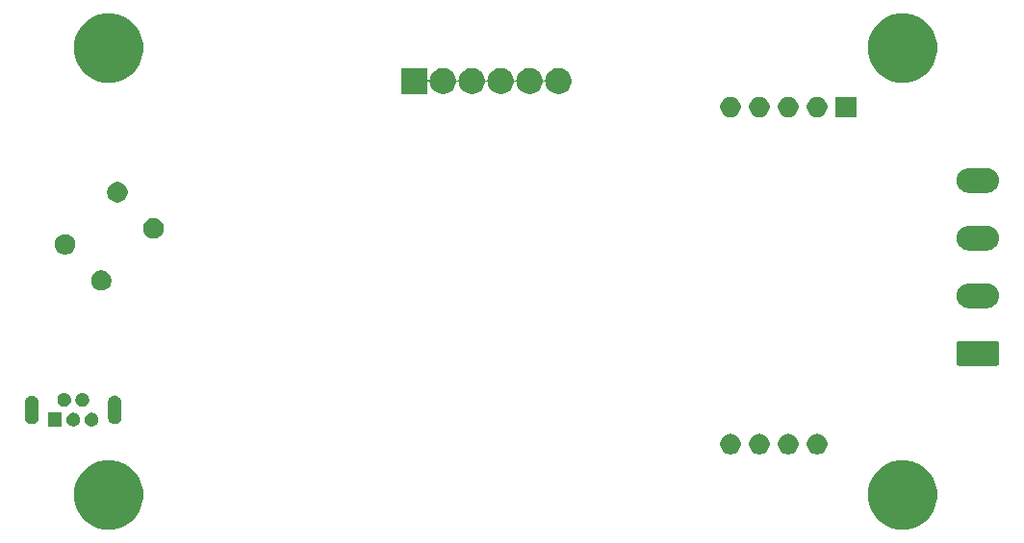
<source format=gbr>
G04 #@! TF.GenerationSoftware,KiCad,Pcbnew,(5.1.5)-3*
G04 #@! TF.CreationDate,2020-09-22T11:09:55+01:00*
G04 #@! TF.ProjectId,sensor_node_PCB,73656e73-6f72-45f6-9e6f-64655f504342,rev?*
G04 #@! TF.SameCoordinates,Original*
G04 #@! TF.FileFunction,Soldermask,Bot*
G04 #@! TF.FilePolarity,Negative*
%FSLAX46Y46*%
G04 Gerber Fmt 4.6, Leading zero omitted, Abs format (unit mm)*
G04 Created by KiCad (PCBNEW (5.1.5)-3) date 2020-09-22 11:09:55*
%MOMM*%
%LPD*%
G04 APERTURE LIST*
%ADD10C,0.100000*%
G04 APERTURE END LIST*
D10*
G36*
X188849943Y-125336248D02*
G01*
X189405189Y-125566238D01*
X189405190Y-125566239D01*
X189904899Y-125900134D01*
X190329866Y-126325101D01*
X190329867Y-126325103D01*
X190663762Y-126824811D01*
X190893752Y-127380057D01*
X191011000Y-127969501D01*
X191011000Y-128570499D01*
X190893752Y-129159943D01*
X190663762Y-129715189D01*
X190663761Y-129715190D01*
X190329866Y-130214899D01*
X189904899Y-130639866D01*
X189653347Y-130807948D01*
X189405189Y-130973762D01*
X188849943Y-131203752D01*
X188260499Y-131321000D01*
X187659501Y-131321000D01*
X187070057Y-131203752D01*
X186514811Y-130973762D01*
X186266653Y-130807948D01*
X186015101Y-130639866D01*
X185590134Y-130214899D01*
X185256239Y-129715190D01*
X185256238Y-129715189D01*
X185026248Y-129159943D01*
X184909000Y-128570499D01*
X184909000Y-127969501D01*
X185026248Y-127380057D01*
X185256238Y-126824811D01*
X185590133Y-126325103D01*
X185590134Y-126325101D01*
X186015101Y-125900134D01*
X186514810Y-125566239D01*
X186514811Y-125566238D01*
X187070057Y-125336248D01*
X187659501Y-125219000D01*
X188260499Y-125219000D01*
X188849943Y-125336248D01*
G37*
G36*
X118999943Y-125336248D02*
G01*
X119555189Y-125566238D01*
X119555190Y-125566239D01*
X120054899Y-125900134D01*
X120479866Y-126325101D01*
X120479867Y-126325103D01*
X120813762Y-126824811D01*
X121043752Y-127380057D01*
X121161000Y-127969501D01*
X121161000Y-128570499D01*
X121043752Y-129159943D01*
X120813762Y-129715189D01*
X120813761Y-129715190D01*
X120479866Y-130214899D01*
X120054899Y-130639866D01*
X119803347Y-130807948D01*
X119555189Y-130973762D01*
X118999943Y-131203752D01*
X118410499Y-131321000D01*
X117809501Y-131321000D01*
X117220057Y-131203752D01*
X116664811Y-130973762D01*
X116416653Y-130807948D01*
X116165101Y-130639866D01*
X115740134Y-130214899D01*
X115406239Y-129715190D01*
X115406238Y-129715189D01*
X115176248Y-129159943D01*
X115059000Y-128570499D01*
X115059000Y-127969501D01*
X115176248Y-127380057D01*
X115406238Y-126824811D01*
X115740133Y-126325103D01*
X115740134Y-126325101D01*
X116165101Y-125900134D01*
X116664810Y-125566239D01*
X116664811Y-125566238D01*
X117220057Y-125336248D01*
X117809501Y-125219000D01*
X118410499Y-125219000D01*
X118999943Y-125336248D01*
G37*
G36*
X172953512Y-122903927D02*
G01*
X173102812Y-122933624D01*
X173266784Y-123001544D01*
X173414354Y-123100147D01*
X173539853Y-123225646D01*
X173638456Y-123373216D01*
X173706376Y-123537188D01*
X173741000Y-123711259D01*
X173741000Y-123888741D01*
X173706376Y-124062812D01*
X173638456Y-124226784D01*
X173539853Y-124374354D01*
X173414354Y-124499853D01*
X173266784Y-124598456D01*
X173102812Y-124666376D01*
X172953512Y-124696073D01*
X172928742Y-124701000D01*
X172751258Y-124701000D01*
X172726488Y-124696073D01*
X172577188Y-124666376D01*
X172413216Y-124598456D01*
X172265646Y-124499853D01*
X172140147Y-124374354D01*
X172041544Y-124226784D01*
X171973624Y-124062812D01*
X171939000Y-123888741D01*
X171939000Y-123711259D01*
X171973624Y-123537188D01*
X172041544Y-123373216D01*
X172140147Y-123225646D01*
X172265646Y-123100147D01*
X172413216Y-123001544D01*
X172577188Y-122933624D01*
X172726488Y-122903927D01*
X172751258Y-122899000D01*
X172928742Y-122899000D01*
X172953512Y-122903927D01*
G37*
G36*
X178033512Y-122903927D02*
G01*
X178182812Y-122933624D01*
X178346784Y-123001544D01*
X178494354Y-123100147D01*
X178619853Y-123225646D01*
X178718456Y-123373216D01*
X178786376Y-123537188D01*
X178821000Y-123711259D01*
X178821000Y-123888741D01*
X178786376Y-124062812D01*
X178718456Y-124226784D01*
X178619853Y-124374354D01*
X178494354Y-124499853D01*
X178346784Y-124598456D01*
X178182812Y-124666376D01*
X178033512Y-124696073D01*
X178008742Y-124701000D01*
X177831258Y-124701000D01*
X177806488Y-124696073D01*
X177657188Y-124666376D01*
X177493216Y-124598456D01*
X177345646Y-124499853D01*
X177220147Y-124374354D01*
X177121544Y-124226784D01*
X177053624Y-124062812D01*
X177019000Y-123888741D01*
X177019000Y-123711259D01*
X177053624Y-123537188D01*
X177121544Y-123373216D01*
X177220147Y-123225646D01*
X177345646Y-123100147D01*
X177493216Y-123001544D01*
X177657188Y-122933624D01*
X177806488Y-122903927D01*
X177831258Y-122899000D01*
X178008742Y-122899000D01*
X178033512Y-122903927D01*
G37*
G36*
X180573512Y-122903927D02*
G01*
X180722812Y-122933624D01*
X180886784Y-123001544D01*
X181034354Y-123100147D01*
X181159853Y-123225646D01*
X181258456Y-123373216D01*
X181326376Y-123537188D01*
X181361000Y-123711259D01*
X181361000Y-123888741D01*
X181326376Y-124062812D01*
X181258456Y-124226784D01*
X181159853Y-124374354D01*
X181034354Y-124499853D01*
X180886784Y-124598456D01*
X180722812Y-124666376D01*
X180573512Y-124696073D01*
X180548742Y-124701000D01*
X180371258Y-124701000D01*
X180346488Y-124696073D01*
X180197188Y-124666376D01*
X180033216Y-124598456D01*
X179885646Y-124499853D01*
X179760147Y-124374354D01*
X179661544Y-124226784D01*
X179593624Y-124062812D01*
X179559000Y-123888741D01*
X179559000Y-123711259D01*
X179593624Y-123537188D01*
X179661544Y-123373216D01*
X179760147Y-123225646D01*
X179885646Y-123100147D01*
X180033216Y-123001544D01*
X180197188Y-122933624D01*
X180346488Y-122903927D01*
X180371258Y-122899000D01*
X180548742Y-122899000D01*
X180573512Y-122903927D01*
G37*
G36*
X175493512Y-122903927D02*
G01*
X175642812Y-122933624D01*
X175806784Y-123001544D01*
X175954354Y-123100147D01*
X176079853Y-123225646D01*
X176178456Y-123373216D01*
X176246376Y-123537188D01*
X176281000Y-123711259D01*
X176281000Y-123888741D01*
X176246376Y-124062812D01*
X176178456Y-124226784D01*
X176079853Y-124374354D01*
X175954354Y-124499853D01*
X175806784Y-124598456D01*
X175642812Y-124666376D01*
X175493512Y-124696073D01*
X175468742Y-124701000D01*
X175291258Y-124701000D01*
X175266488Y-124696073D01*
X175117188Y-124666376D01*
X174953216Y-124598456D01*
X174805646Y-124499853D01*
X174680147Y-124374354D01*
X174581544Y-124226784D01*
X174513624Y-124062812D01*
X174479000Y-123888741D01*
X174479000Y-123711259D01*
X174513624Y-123537188D01*
X174581544Y-123373216D01*
X174680147Y-123225646D01*
X174805646Y-123100147D01*
X174953216Y-123001544D01*
X175117188Y-122933624D01*
X175266488Y-122903927D01*
X175291258Y-122899000D01*
X175468742Y-122899000D01*
X175493512Y-122903927D01*
G37*
G36*
X116760601Y-121052397D02*
G01*
X116799305Y-121060096D01*
X116831340Y-121073365D01*
X116908680Y-121105400D01*
X117007115Y-121171173D01*
X117090827Y-121254885D01*
X117156600Y-121353320D01*
X117201904Y-121462696D01*
X117225000Y-121578805D01*
X117225000Y-121697195D01*
X117201904Y-121813304D01*
X117156600Y-121922680D01*
X117090827Y-122021115D01*
X117007115Y-122104827D01*
X116908680Y-122170600D01*
X116831340Y-122202635D01*
X116799305Y-122215904D01*
X116760601Y-122223603D01*
X116683195Y-122239000D01*
X116564805Y-122239000D01*
X116487399Y-122223603D01*
X116448695Y-122215904D01*
X116416660Y-122202635D01*
X116339320Y-122170600D01*
X116240885Y-122104827D01*
X116157173Y-122021115D01*
X116091400Y-121922680D01*
X116046096Y-121813304D01*
X116023000Y-121697195D01*
X116023000Y-121578805D01*
X116046096Y-121462696D01*
X116091400Y-121353320D01*
X116157173Y-121254885D01*
X116240885Y-121171173D01*
X116339320Y-121105400D01*
X116416660Y-121073365D01*
X116448695Y-121060096D01*
X116487399Y-121052397D01*
X116564805Y-121037000D01*
X116683195Y-121037000D01*
X116760601Y-121052397D01*
G37*
G36*
X115160601Y-121052397D02*
G01*
X115199305Y-121060096D01*
X115231340Y-121073365D01*
X115308680Y-121105400D01*
X115407115Y-121171173D01*
X115490827Y-121254885D01*
X115556600Y-121353320D01*
X115601904Y-121462696D01*
X115625000Y-121578805D01*
X115625000Y-121697195D01*
X115601904Y-121813304D01*
X115556600Y-121922680D01*
X115490827Y-122021115D01*
X115407115Y-122104827D01*
X115308680Y-122170600D01*
X115231340Y-122202635D01*
X115199305Y-122215904D01*
X115160601Y-122223603D01*
X115083195Y-122239000D01*
X114964805Y-122239000D01*
X114887399Y-122223603D01*
X114848695Y-122215904D01*
X114816660Y-122202635D01*
X114739320Y-122170600D01*
X114640885Y-122104827D01*
X114557173Y-122021115D01*
X114491400Y-121922680D01*
X114446096Y-121813304D01*
X114423000Y-121697195D01*
X114423000Y-121578805D01*
X114446096Y-121462696D01*
X114491400Y-121353320D01*
X114557173Y-121254885D01*
X114640885Y-121171173D01*
X114739320Y-121105400D01*
X114816660Y-121073365D01*
X114848695Y-121060096D01*
X114887399Y-121052397D01*
X114964805Y-121037000D01*
X115083195Y-121037000D01*
X115160601Y-121052397D01*
G37*
G36*
X114025000Y-122239000D02*
G01*
X112823000Y-122239000D01*
X112823000Y-121037000D01*
X114025000Y-121037000D01*
X114025000Y-122239000D01*
G37*
G36*
X111491817Y-119520696D02*
G01*
X111605104Y-119555062D01*
X111709511Y-119610869D01*
X111709513Y-119610870D01*
X111709512Y-119610870D01*
X111801027Y-119685973D01*
X111864711Y-119763572D01*
X111876131Y-119777488D01*
X111931938Y-119881895D01*
X111966304Y-119995182D01*
X111975000Y-120083481D01*
X111975000Y-121442519D01*
X111966304Y-121530818D01*
X111931938Y-121644105D01*
X111876131Y-121748512D01*
X111801027Y-121840027D01*
X111709512Y-121915131D01*
X111605105Y-121970938D01*
X111491818Y-122005304D01*
X111374000Y-122016907D01*
X111256183Y-122005304D01*
X111142896Y-121970938D01*
X111038489Y-121915131D01*
X110946974Y-121840027D01*
X110871870Y-121748512D01*
X110816063Y-121644105D01*
X110781697Y-121530818D01*
X110773001Y-121442519D01*
X110773000Y-120083482D01*
X110781696Y-119995183D01*
X110816062Y-119881896D01*
X110871869Y-119777489D01*
X110885338Y-119761077D01*
X110946973Y-119685973D01*
X111038487Y-119610870D01*
X111038486Y-119610870D01*
X111038488Y-119610869D01*
X111142895Y-119555062D01*
X111256182Y-119520696D01*
X111374000Y-119509093D01*
X111491817Y-119520696D01*
G37*
G36*
X118791817Y-119520696D02*
G01*
X118905104Y-119555062D01*
X119009511Y-119610869D01*
X119009513Y-119610870D01*
X119009512Y-119610870D01*
X119101027Y-119685973D01*
X119164711Y-119763572D01*
X119176131Y-119777488D01*
X119231938Y-119881895D01*
X119266304Y-119995182D01*
X119275000Y-120083481D01*
X119275000Y-121442519D01*
X119266304Y-121530818D01*
X119231938Y-121644105D01*
X119176131Y-121748512D01*
X119101027Y-121840027D01*
X119009512Y-121915131D01*
X118905105Y-121970938D01*
X118791818Y-122005304D01*
X118674000Y-122016907D01*
X118556183Y-122005304D01*
X118442896Y-121970938D01*
X118338489Y-121915131D01*
X118246974Y-121840027D01*
X118171870Y-121748512D01*
X118116063Y-121644105D01*
X118081697Y-121530818D01*
X118073001Y-121442519D01*
X118073000Y-120083482D01*
X118081696Y-119995183D01*
X118116062Y-119881896D01*
X118171869Y-119777489D01*
X118185338Y-119761077D01*
X118246973Y-119685973D01*
X118338487Y-119610870D01*
X118338486Y-119610870D01*
X118338488Y-119610869D01*
X118442895Y-119555062D01*
X118556182Y-119520696D01*
X118674000Y-119509093D01*
X118791817Y-119520696D01*
G37*
G36*
X115960601Y-119302397D02*
G01*
X115999305Y-119310096D01*
X116031340Y-119323365D01*
X116108680Y-119355400D01*
X116207115Y-119421173D01*
X116290827Y-119504885D01*
X116356600Y-119603320D01*
X116401904Y-119712696D01*
X116425000Y-119828805D01*
X116425000Y-119947195D01*
X116401904Y-120063304D01*
X116356600Y-120172680D01*
X116290827Y-120271115D01*
X116207115Y-120354827D01*
X116108680Y-120420600D01*
X116031340Y-120452635D01*
X115999305Y-120465904D01*
X115960601Y-120473603D01*
X115883195Y-120489000D01*
X115764805Y-120489000D01*
X115687399Y-120473603D01*
X115648695Y-120465904D01*
X115616660Y-120452635D01*
X115539320Y-120420600D01*
X115440885Y-120354827D01*
X115357173Y-120271115D01*
X115291400Y-120172680D01*
X115246096Y-120063304D01*
X115223000Y-119947195D01*
X115223000Y-119828805D01*
X115246096Y-119712696D01*
X115291400Y-119603320D01*
X115357173Y-119504885D01*
X115440885Y-119421173D01*
X115539320Y-119355400D01*
X115616660Y-119323365D01*
X115648695Y-119310096D01*
X115687399Y-119302397D01*
X115764805Y-119287000D01*
X115883195Y-119287000D01*
X115960601Y-119302397D01*
G37*
G36*
X114360601Y-119302397D02*
G01*
X114399305Y-119310096D01*
X114431340Y-119323365D01*
X114508680Y-119355400D01*
X114607115Y-119421173D01*
X114690827Y-119504885D01*
X114756600Y-119603320D01*
X114801904Y-119712696D01*
X114825000Y-119828805D01*
X114825000Y-119947195D01*
X114801904Y-120063304D01*
X114756600Y-120172680D01*
X114690827Y-120271115D01*
X114607115Y-120354827D01*
X114508680Y-120420600D01*
X114431340Y-120452635D01*
X114399305Y-120465904D01*
X114360601Y-120473603D01*
X114283195Y-120489000D01*
X114164805Y-120489000D01*
X114087399Y-120473603D01*
X114048695Y-120465904D01*
X114016660Y-120452635D01*
X113939320Y-120420600D01*
X113840885Y-120354827D01*
X113757173Y-120271115D01*
X113691400Y-120172680D01*
X113646096Y-120063304D01*
X113623000Y-119947195D01*
X113623000Y-119828805D01*
X113646096Y-119712696D01*
X113691400Y-119603320D01*
X113757173Y-119504885D01*
X113840885Y-119421173D01*
X113939320Y-119355400D01*
X114016660Y-119323365D01*
X114048695Y-119310096D01*
X114087399Y-119302397D01*
X114164805Y-119287000D01*
X114283195Y-119287000D01*
X114360601Y-119302397D01*
G37*
G36*
X196316217Y-114712808D02*
G01*
X196347489Y-114722294D01*
X196376308Y-114737698D01*
X196401570Y-114758430D01*
X196422302Y-114783692D01*
X196437706Y-114812511D01*
X196447192Y-114843783D01*
X196451000Y-114882448D01*
X196451000Y-116717552D01*
X196447192Y-116756217D01*
X196437706Y-116787489D01*
X196422302Y-116816308D01*
X196401570Y-116841570D01*
X196376308Y-116862302D01*
X196347489Y-116877706D01*
X196316217Y-116887192D01*
X196277552Y-116891000D01*
X192922448Y-116891000D01*
X192883783Y-116887192D01*
X192852511Y-116877706D01*
X192823692Y-116862302D01*
X192798430Y-116841570D01*
X192777698Y-116816308D01*
X192762294Y-116787489D01*
X192752808Y-116756217D01*
X192749000Y-116717552D01*
X192749000Y-114882448D01*
X192752808Y-114843783D01*
X192762294Y-114812511D01*
X192777698Y-114783692D01*
X192798430Y-114758430D01*
X192823692Y-114737698D01*
X192852511Y-114722294D01*
X192883783Y-114712808D01*
X192922448Y-114709000D01*
X196277552Y-114709000D01*
X196316217Y-114712808D01*
G37*
G36*
X195573871Y-109644786D02*
G01*
X195779530Y-109707172D01*
X195969055Y-109808475D01*
X195969058Y-109808477D01*
X195969059Y-109808478D01*
X196135186Y-109944814D01*
X196271522Y-110110941D01*
X196271525Y-110110945D01*
X196372828Y-110300470D01*
X196435214Y-110506129D01*
X196456278Y-110720000D01*
X196435214Y-110933871D01*
X196372828Y-111139530D01*
X196271525Y-111329055D01*
X196271523Y-111329058D01*
X196271522Y-111329059D01*
X196135186Y-111495186D01*
X195969059Y-111631522D01*
X195969055Y-111631525D01*
X195779530Y-111732828D01*
X195573871Y-111795214D01*
X195413591Y-111811000D01*
X193786409Y-111811000D01*
X193626129Y-111795214D01*
X193420470Y-111732828D01*
X193230945Y-111631525D01*
X193230941Y-111631522D01*
X193064814Y-111495186D01*
X192928478Y-111329059D01*
X192928477Y-111329058D01*
X192928475Y-111329055D01*
X192827172Y-111139530D01*
X192764786Y-110933871D01*
X192743722Y-110720000D01*
X192764786Y-110506129D01*
X192827172Y-110300470D01*
X192928475Y-110110945D01*
X192928478Y-110110941D01*
X193064814Y-109944814D01*
X193230941Y-109808478D01*
X193230942Y-109808477D01*
X193230945Y-109808475D01*
X193420470Y-109707172D01*
X193626129Y-109644786D01*
X193786409Y-109629000D01*
X195413591Y-109629000D01*
X195573871Y-109644786D01*
G37*
G36*
X117595493Y-108485908D02*
G01*
X117744793Y-108515605D01*
X117908765Y-108583525D01*
X118056335Y-108682128D01*
X118181834Y-108807627D01*
X118280437Y-108955197D01*
X118348357Y-109119169D01*
X118382981Y-109293240D01*
X118382981Y-109470722D01*
X118348357Y-109644793D01*
X118280437Y-109808765D01*
X118181834Y-109956335D01*
X118056335Y-110081834D01*
X117908765Y-110180437D01*
X117744793Y-110248357D01*
X117595493Y-110278054D01*
X117570723Y-110282981D01*
X117393239Y-110282981D01*
X117368469Y-110278054D01*
X117219169Y-110248357D01*
X117055197Y-110180437D01*
X116907627Y-110081834D01*
X116782128Y-109956335D01*
X116683525Y-109808765D01*
X116615605Y-109644793D01*
X116580981Y-109470722D01*
X116580981Y-109293240D01*
X116615605Y-109119169D01*
X116683525Y-108955197D01*
X116782128Y-108807627D01*
X116907627Y-108682128D01*
X117055197Y-108583525D01*
X117219169Y-108515605D01*
X117368469Y-108485908D01*
X117393239Y-108480981D01*
X117570723Y-108480981D01*
X117595493Y-108485908D01*
G37*
G36*
X114413512Y-105303927D02*
G01*
X114562812Y-105333624D01*
X114726784Y-105401544D01*
X114874354Y-105500147D01*
X114999853Y-105625646D01*
X115098456Y-105773216D01*
X115166376Y-105937188D01*
X115201000Y-106111259D01*
X115201000Y-106288741D01*
X115166376Y-106462812D01*
X115098456Y-106626784D01*
X114999853Y-106774354D01*
X114874354Y-106899853D01*
X114726784Y-106998456D01*
X114562812Y-107066376D01*
X114413512Y-107096073D01*
X114388742Y-107101000D01*
X114211258Y-107101000D01*
X114186488Y-107096073D01*
X114037188Y-107066376D01*
X113873216Y-106998456D01*
X113725646Y-106899853D01*
X113600147Y-106774354D01*
X113501544Y-106626784D01*
X113433624Y-106462812D01*
X113399000Y-106288741D01*
X113399000Y-106111259D01*
X113433624Y-105937188D01*
X113501544Y-105773216D01*
X113600147Y-105625646D01*
X113725646Y-105500147D01*
X113873216Y-105401544D01*
X114037188Y-105333624D01*
X114186488Y-105303927D01*
X114211258Y-105299000D01*
X114388742Y-105299000D01*
X114413512Y-105303927D01*
G37*
G36*
X195573871Y-104564786D02*
G01*
X195779530Y-104627172D01*
X195969055Y-104728475D01*
X195969058Y-104728477D01*
X195969059Y-104728478D01*
X196135186Y-104864814D01*
X196271522Y-105030941D01*
X196271525Y-105030945D01*
X196372828Y-105220470D01*
X196435214Y-105426129D01*
X196456278Y-105640000D01*
X196435214Y-105853871D01*
X196372828Y-106059530D01*
X196271525Y-106249055D01*
X196271523Y-106249058D01*
X196271522Y-106249059D01*
X196135186Y-106415186D01*
X195969059Y-106551522D01*
X195969055Y-106551525D01*
X195779530Y-106652828D01*
X195573871Y-106715214D01*
X195413591Y-106731000D01*
X193786409Y-106731000D01*
X193626129Y-106715214D01*
X193420470Y-106652828D01*
X193230945Y-106551525D01*
X193230941Y-106551522D01*
X193064814Y-106415186D01*
X192928478Y-106249059D01*
X192928477Y-106249058D01*
X192928475Y-106249055D01*
X192827172Y-106059530D01*
X192764786Y-105853871D01*
X192743722Y-105640000D01*
X192764786Y-105426129D01*
X192827172Y-105220470D01*
X192928475Y-105030945D01*
X192928478Y-105030941D01*
X193064814Y-104864814D01*
X193230941Y-104728478D01*
X193230942Y-104728477D01*
X193230945Y-104728475D01*
X193420470Y-104627172D01*
X193626129Y-104564786D01*
X193786409Y-104549000D01*
X195413591Y-104549000D01*
X195573871Y-104564786D01*
G37*
G36*
X122191687Y-103889713D02*
G01*
X122340987Y-103919410D01*
X122504959Y-103987330D01*
X122652529Y-104085933D01*
X122778028Y-104211432D01*
X122876631Y-104359002D01*
X122944551Y-104522974D01*
X122979175Y-104697045D01*
X122979175Y-104874527D01*
X122944551Y-105048598D01*
X122876631Y-105212570D01*
X122778028Y-105360140D01*
X122652529Y-105485639D01*
X122504959Y-105584242D01*
X122340987Y-105652162D01*
X122191687Y-105681859D01*
X122166917Y-105686786D01*
X121989433Y-105686786D01*
X121964663Y-105681859D01*
X121815363Y-105652162D01*
X121651391Y-105584242D01*
X121503821Y-105485639D01*
X121378322Y-105360140D01*
X121279719Y-105212570D01*
X121211799Y-105048598D01*
X121177175Y-104874527D01*
X121177175Y-104697045D01*
X121211799Y-104522974D01*
X121279719Y-104359002D01*
X121378322Y-104211432D01*
X121503821Y-104085933D01*
X121651391Y-103987330D01*
X121815363Y-103919410D01*
X121964663Y-103889713D01*
X121989433Y-103884786D01*
X122166917Y-103884786D01*
X122191687Y-103889713D01*
G37*
G36*
X119009706Y-100707733D02*
G01*
X119159006Y-100737430D01*
X119322978Y-100805350D01*
X119470548Y-100903953D01*
X119596047Y-101029452D01*
X119694650Y-101177022D01*
X119762570Y-101340994D01*
X119797194Y-101515065D01*
X119797194Y-101692547D01*
X119762570Y-101866618D01*
X119694650Y-102030590D01*
X119596047Y-102178160D01*
X119470548Y-102303659D01*
X119322978Y-102402262D01*
X119159006Y-102470182D01*
X119009706Y-102499879D01*
X118984936Y-102504806D01*
X118807452Y-102504806D01*
X118782682Y-102499879D01*
X118633382Y-102470182D01*
X118469410Y-102402262D01*
X118321840Y-102303659D01*
X118196341Y-102178160D01*
X118097738Y-102030590D01*
X118029818Y-101866618D01*
X117995194Y-101692547D01*
X117995194Y-101515065D01*
X118029818Y-101340994D01*
X118097738Y-101177022D01*
X118196341Y-101029452D01*
X118321840Y-100903953D01*
X118469410Y-100805350D01*
X118633382Y-100737430D01*
X118782682Y-100707733D01*
X118807452Y-100702806D01*
X118984936Y-100702806D01*
X119009706Y-100707733D01*
G37*
G36*
X195573871Y-99484786D02*
G01*
X195779530Y-99547172D01*
X195969055Y-99648475D01*
X195969058Y-99648477D01*
X195969059Y-99648478D01*
X196135186Y-99784814D01*
X196271522Y-99950941D01*
X196271525Y-99950945D01*
X196372828Y-100140470D01*
X196435214Y-100346129D01*
X196456278Y-100560000D01*
X196435214Y-100773871D01*
X196372828Y-100979530D01*
X196271525Y-101169055D01*
X196271523Y-101169058D01*
X196271522Y-101169059D01*
X196135186Y-101335186D01*
X195969059Y-101471522D01*
X195969055Y-101471525D01*
X195779530Y-101572828D01*
X195573871Y-101635214D01*
X195413591Y-101651000D01*
X193786409Y-101651000D01*
X193626129Y-101635214D01*
X193420470Y-101572828D01*
X193230945Y-101471525D01*
X193230941Y-101471522D01*
X193064814Y-101335186D01*
X192928478Y-101169059D01*
X192928477Y-101169058D01*
X192928475Y-101169055D01*
X192827172Y-100979530D01*
X192764786Y-100773871D01*
X192743722Y-100560000D01*
X192764786Y-100346129D01*
X192827172Y-100140470D01*
X192928475Y-99950945D01*
X192928478Y-99950941D01*
X193064814Y-99784814D01*
X193230941Y-99648478D01*
X193230942Y-99648477D01*
X193230945Y-99648475D01*
X193420470Y-99547172D01*
X193626129Y-99484786D01*
X193786409Y-99469000D01*
X195413591Y-99469000D01*
X195573871Y-99484786D01*
G37*
G36*
X183901000Y-95001000D02*
G01*
X182099000Y-95001000D01*
X182099000Y-93199000D01*
X183901000Y-93199000D01*
X183901000Y-95001000D01*
G37*
G36*
X180573512Y-93203927D02*
G01*
X180722812Y-93233624D01*
X180886784Y-93301544D01*
X181034354Y-93400147D01*
X181159853Y-93525646D01*
X181258456Y-93673216D01*
X181326376Y-93837188D01*
X181361000Y-94011259D01*
X181361000Y-94188741D01*
X181326376Y-94362812D01*
X181258456Y-94526784D01*
X181159853Y-94674354D01*
X181034354Y-94799853D01*
X180886784Y-94898456D01*
X180722812Y-94966376D01*
X180573512Y-94996073D01*
X180548742Y-95001000D01*
X180371258Y-95001000D01*
X180346488Y-94996073D01*
X180197188Y-94966376D01*
X180033216Y-94898456D01*
X179885646Y-94799853D01*
X179760147Y-94674354D01*
X179661544Y-94526784D01*
X179593624Y-94362812D01*
X179559000Y-94188741D01*
X179559000Y-94011259D01*
X179593624Y-93837188D01*
X179661544Y-93673216D01*
X179760147Y-93525646D01*
X179885646Y-93400147D01*
X180033216Y-93301544D01*
X180197188Y-93233624D01*
X180346488Y-93203927D01*
X180371258Y-93199000D01*
X180548742Y-93199000D01*
X180573512Y-93203927D01*
G37*
G36*
X178033512Y-93203927D02*
G01*
X178182812Y-93233624D01*
X178346784Y-93301544D01*
X178494354Y-93400147D01*
X178619853Y-93525646D01*
X178718456Y-93673216D01*
X178786376Y-93837188D01*
X178821000Y-94011259D01*
X178821000Y-94188741D01*
X178786376Y-94362812D01*
X178718456Y-94526784D01*
X178619853Y-94674354D01*
X178494354Y-94799853D01*
X178346784Y-94898456D01*
X178182812Y-94966376D01*
X178033512Y-94996073D01*
X178008742Y-95001000D01*
X177831258Y-95001000D01*
X177806488Y-94996073D01*
X177657188Y-94966376D01*
X177493216Y-94898456D01*
X177345646Y-94799853D01*
X177220147Y-94674354D01*
X177121544Y-94526784D01*
X177053624Y-94362812D01*
X177019000Y-94188741D01*
X177019000Y-94011259D01*
X177053624Y-93837188D01*
X177121544Y-93673216D01*
X177220147Y-93525646D01*
X177345646Y-93400147D01*
X177493216Y-93301544D01*
X177657188Y-93233624D01*
X177806488Y-93203927D01*
X177831258Y-93199000D01*
X178008742Y-93199000D01*
X178033512Y-93203927D01*
G37*
G36*
X175493512Y-93203927D02*
G01*
X175642812Y-93233624D01*
X175806784Y-93301544D01*
X175954354Y-93400147D01*
X176079853Y-93525646D01*
X176178456Y-93673216D01*
X176246376Y-93837188D01*
X176281000Y-94011259D01*
X176281000Y-94188741D01*
X176246376Y-94362812D01*
X176178456Y-94526784D01*
X176079853Y-94674354D01*
X175954354Y-94799853D01*
X175806784Y-94898456D01*
X175642812Y-94966376D01*
X175493512Y-94996073D01*
X175468742Y-95001000D01*
X175291258Y-95001000D01*
X175266488Y-94996073D01*
X175117188Y-94966376D01*
X174953216Y-94898456D01*
X174805646Y-94799853D01*
X174680147Y-94674354D01*
X174581544Y-94526784D01*
X174513624Y-94362812D01*
X174479000Y-94188741D01*
X174479000Y-94011259D01*
X174513624Y-93837188D01*
X174581544Y-93673216D01*
X174680147Y-93525646D01*
X174805646Y-93400147D01*
X174953216Y-93301544D01*
X175117188Y-93233624D01*
X175266488Y-93203927D01*
X175291258Y-93199000D01*
X175468742Y-93199000D01*
X175493512Y-93203927D01*
G37*
G36*
X172953512Y-93203927D02*
G01*
X173102812Y-93233624D01*
X173266784Y-93301544D01*
X173414354Y-93400147D01*
X173539853Y-93525646D01*
X173638456Y-93673216D01*
X173706376Y-93837188D01*
X173741000Y-94011259D01*
X173741000Y-94188741D01*
X173706376Y-94362812D01*
X173638456Y-94526784D01*
X173539853Y-94674354D01*
X173414354Y-94799853D01*
X173266784Y-94898456D01*
X173102812Y-94966376D01*
X172953512Y-94996073D01*
X172928742Y-95001000D01*
X172751258Y-95001000D01*
X172726488Y-94996073D01*
X172577188Y-94966376D01*
X172413216Y-94898456D01*
X172265646Y-94799853D01*
X172140147Y-94674354D01*
X172041544Y-94526784D01*
X171973624Y-94362812D01*
X171939000Y-94188741D01*
X171939000Y-94011259D01*
X171973624Y-93837188D01*
X172041544Y-93673216D01*
X172140147Y-93525646D01*
X172265646Y-93400147D01*
X172413216Y-93301544D01*
X172577188Y-93233624D01*
X172726488Y-93203927D01*
X172751258Y-93199000D01*
X172928742Y-93199000D01*
X172953512Y-93203927D01*
G37*
G36*
X146151000Y-91614007D02*
G01*
X146153402Y-91638393D01*
X146160515Y-91661842D01*
X146172066Y-91683453D01*
X146187611Y-91702395D01*
X146206553Y-91717940D01*
X146228164Y-91729491D01*
X146251613Y-91736604D01*
X146275999Y-91739006D01*
X146300385Y-91736604D01*
X146323834Y-91729491D01*
X146345445Y-91717940D01*
X146364387Y-91702395D01*
X146379932Y-91683453D01*
X146391483Y-91661842D01*
X146398596Y-91638393D01*
X146433232Y-91464267D01*
X146519996Y-91254799D01*
X146519997Y-91254797D01*
X146645960Y-91066280D01*
X146806280Y-90905960D01*
X146994797Y-90779997D01*
X147204266Y-90693232D01*
X147315451Y-90671116D01*
X147426635Y-90649000D01*
X147653365Y-90649000D01*
X147764549Y-90671116D01*
X147875734Y-90693232D01*
X148085203Y-90779997D01*
X148273720Y-90905960D01*
X148434040Y-91066280D01*
X148560003Y-91254797D01*
X148560004Y-91254799D01*
X148646768Y-91464267D01*
X148687403Y-91668552D01*
X148694516Y-91692001D01*
X148706067Y-91713612D01*
X148721612Y-91732554D01*
X148740554Y-91748099D01*
X148762165Y-91759650D01*
X148785614Y-91766763D01*
X148810000Y-91769165D01*
X148834386Y-91766763D01*
X148857835Y-91759650D01*
X148879446Y-91748099D01*
X148898388Y-91732554D01*
X148913933Y-91713612D01*
X148925484Y-91692001D01*
X148932597Y-91668552D01*
X148973232Y-91464267D01*
X149059996Y-91254799D01*
X149059997Y-91254797D01*
X149185960Y-91066280D01*
X149346280Y-90905960D01*
X149534797Y-90779997D01*
X149744266Y-90693232D01*
X149855451Y-90671116D01*
X149966635Y-90649000D01*
X150193365Y-90649000D01*
X150304549Y-90671116D01*
X150415734Y-90693232D01*
X150625203Y-90779997D01*
X150813720Y-90905960D01*
X150974040Y-91066280D01*
X151100003Y-91254797D01*
X151100004Y-91254799D01*
X151186768Y-91464267D01*
X151227403Y-91668552D01*
X151234516Y-91692001D01*
X151246067Y-91713612D01*
X151261612Y-91732554D01*
X151280554Y-91748099D01*
X151302165Y-91759650D01*
X151325614Y-91766763D01*
X151350000Y-91769165D01*
X151374386Y-91766763D01*
X151397835Y-91759650D01*
X151419446Y-91748099D01*
X151438388Y-91732554D01*
X151453933Y-91713612D01*
X151465484Y-91692001D01*
X151472597Y-91668552D01*
X151513232Y-91464267D01*
X151599996Y-91254799D01*
X151599997Y-91254797D01*
X151725960Y-91066280D01*
X151886280Y-90905960D01*
X152074797Y-90779997D01*
X152284266Y-90693232D01*
X152395451Y-90671116D01*
X152506635Y-90649000D01*
X152733365Y-90649000D01*
X152844549Y-90671116D01*
X152955734Y-90693232D01*
X153165203Y-90779997D01*
X153353720Y-90905960D01*
X153514040Y-91066280D01*
X153640003Y-91254797D01*
X153640004Y-91254799D01*
X153726768Y-91464267D01*
X153767403Y-91668552D01*
X153774516Y-91692001D01*
X153786067Y-91713612D01*
X153801612Y-91732554D01*
X153820554Y-91748099D01*
X153842165Y-91759650D01*
X153865614Y-91766763D01*
X153890000Y-91769165D01*
X153914386Y-91766763D01*
X153937835Y-91759650D01*
X153959446Y-91748099D01*
X153978388Y-91732554D01*
X153993933Y-91713612D01*
X154005484Y-91692001D01*
X154012597Y-91668552D01*
X154053232Y-91464267D01*
X154139996Y-91254799D01*
X154139997Y-91254797D01*
X154265960Y-91066280D01*
X154426280Y-90905960D01*
X154614797Y-90779997D01*
X154824266Y-90693232D01*
X154935451Y-90671116D01*
X155046635Y-90649000D01*
X155273365Y-90649000D01*
X155384549Y-90671116D01*
X155495734Y-90693232D01*
X155705203Y-90779997D01*
X155893720Y-90905960D01*
X156054040Y-91066280D01*
X156180003Y-91254797D01*
X156180004Y-91254799D01*
X156266768Y-91464267D01*
X156307403Y-91668552D01*
X156314516Y-91692001D01*
X156326067Y-91713612D01*
X156341612Y-91732554D01*
X156360554Y-91748099D01*
X156382165Y-91759650D01*
X156405614Y-91766763D01*
X156430000Y-91769165D01*
X156454386Y-91766763D01*
X156477835Y-91759650D01*
X156499446Y-91748099D01*
X156518388Y-91732554D01*
X156533933Y-91713612D01*
X156545484Y-91692001D01*
X156552597Y-91668552D01*
X156593232Y-91464267D01*
X156679996Y-91254799D01*
X156679997Y-91254797D01*
X156805960Y-91066280D01*
X156966280Y-90905960D01*
X157154797Y-90779997D01*
X157364266Y-90693232D01*
X157475451Y-90671116D01*
X157586635Y-90649000D01*
X157813365Y-90649000D01*
X157924549Y-90671116D01*
X158035734Y-90693232D01*
X158245203Y-90779997D01*
X158433720Y-90905960D01*
X158594040Y-91066280D01*
X158720003Y-91254797D01*
X158806768Y-91464266D01*
X158851000Y-91686636D01*
X158851000Y-91913364D01*
X158806768Y-92135734D01*
X158720003Y-92345203D01*
X158594040Y-92533720D01*
X158433720Y-92694040D01*
X158245203Y-92820003D01*
X158035734Y-92906768D01*
X157924549Y-92928884D01*
X157813365Y-92951000D01*
X157586635Y-92951000D01*
X157475451Y-92928884D01*
X157364266Y-92906768D01*
X157154797Y-92820003D01*
X156966280Y-92694040D01*
X156805960Y-92533720D01*
X156679997Y-92345203D01*
X156593232Y-92135734D01*
X156552597Y-91931448D01*
X156545484Y-91907999D01*
X156533933Y-91886388D01*
X156518388Y-91867446D01*
X156499446Y-91851901D01*
X156477835Y-91840350D01*
X156454386Y-91833237D01*
X156430000Y-91830835D01*
X156405614Y-91833237D01*
X156382165Y-91840350D01*
X156360554Y-91851901D01*
X156341612Y-91867446D01*
X156326067Y-91886388D01*
X156314516Y-91907999D01*
X156307403Y-91931448D01*
X156266768Y-92135734D01*
X156180003Y-92345203D01*
X156054040Y-92533720D01*
X155893720Y-92694040D01*
X155705203Y-92820003D01*
X155495734Y-92906768D01*
X155384549Y-92928884D01*
X155273365Y-92951000D01*
X155046635Y-92951000D01*
X154935451Y-92928884D01*
X154824266Y-92906768D01*
X154614797Y-92820003D01*
X154426280Y-92694040D01*
X154265960Y-92533720D01*
X154139997Y-92345203D01*
X154053232Y-92135734D01*
X154012597Y-91931448D01*
X154005484Y-91907999D01*
X153993933Y-91886388D01*
X153978388Y-91867446D01*
X153959446Y-91851901D01*
X153937835Y-91840350D01*
X153914386Y-91833237D01*
X153890000Y-91830835D01*
X153865614Y-91833237D01*
X153842165Y-91840350D01*
X153820554Y-91851901D01*
X153801612Y-91867446D01*
X153786067Y-91886388D01*
X153774516Y-91907999D01*
X153767403Y-91931448D01*
X153726768Y-92135734D01*
X153640003Y-92345203D01*
X153514040Y-92533720D01*
X153353720Y-92694040D01*
X153165203Y-92820003D01*
X152955734Y-92906768D01*
X152844549Y-92928884D01*
X152733365Y-92951000D01*
X152506635Y-92951000D01*
X152395451Y-92928884D01*
X152284266Y-92906768D01*
X152074797Y-92820003D01*
X151886280Y-92694040D01*
X151725960Y-92533720D01*
X151599997Y-92345203D01*
X151513232Y-92135734D01*
X151472597Y-91931448D01*
X151465484Y-91907999D01*
X151453933Y-91886388D01*
X151438388Y-91867446D01*
X151419446Y-91851901D01*
X151397835Y-91840350D01*
X151374386Y-91833237D01*
X151350000Y-91830835D01*
X151325614Y-91833237D01*
X151302165Y-91840350D01*
X151280554Y-91851901D01*
X151261612Y-91867446D01*
X151246067Y-91886388D01*
X151234516Y-91907999D01*
X151227403Y-91931448D01*
X151186768Y-92135734D01*
X151100003Y-92345203D01*
X150974040Y-92533720D01*
X150813720Y-92694040D01*
X150625203Y-92820003D01*
X150415734Y-92906768D01*
X150304549Y-92928884D01*
X150193365Y-92951000D01*
X149966635Y-92951000D01*
X149855451Y-92928884D01*
X149744266Y-92906768D01*
X149534797Y-92820003D01*
X149346280Y-92694040D01*
X149185960Y-92533720D01*
X149059997Y-92345203D01*
X148973232Y-92135734D01*
X148932597Y-91931448D01*
X148925484Y-91907999D01*
X148913933Y-91886388D01*
X148898388Y-91867446D01*
X148879446Y-91851901D01*
X148857835Y-91840350D01*
X148834386Y-91833237D01*
X148810000Y-91830835D01*
X148785614Y-91833237D01*
X148762165Y-91840350D01*
X148740554Y-91851901D01*
X148721612Y-91867446D01*
X148706067Y-91886388D01*
X148694516Y-91907999D01*
X148687403Y-91931448D01*
X148646768Y-92135734D01*
X148560003Y-92345203D01*
X148434040Y-92533720D01*
X148273720Y-92694040D01*
X148085203Y-92820003D01*
X147875734Y-92906768D01*
X147764549Y-92928884D01*
X147653365Y-92951000D01*
X147426635Y-92951000D01*
X147315451Y-92928884D01*
X147204266Y-92906768D01*
X146994797Y-92820003D01*
X146806280Y-92694040D01*
X146645960Y-92533720D01*
X146519997Y-92345203D01*
X146433232Y-92135734D01*
X146398596Y-91961607D01*
X146391483Y-91938158D01*
X146379932Y-91916547D01*
X146364387Y-91897605D01*
X146345445Y-91882060D01*
X146323834Y-91870509D01*
X146300385Y-91863396D01*
X146275999Y-91860994D01*
X146251613Y-91863396D01*
X146228164Y-91870509D01*
X146206553Y-91882060D01*
X146187611Y-91897605D01*
X146172066Y-91916547D01*
X146160515Y-91938158D01*
X146153402Y-91961607D01*
X146151000Y-91985993D01*
X146151000Y-92951000D01*
X143849000Y-92951000D01*
X143849000Y-90649000D01*
X146151000Y-90649000D01*
X146151000Y-91614007D01*
G37*
G36*
X188849943Y-85966248D02*
G01*
X189405189Y-86196238D01*
X189405190Y-86196239D01*
X189904899Y-86530134D01*
X190329866Y-86955101D01*
X190329867Y-86955103D01*
X190663762Y-87454811D01*
X190893752Y-88010057D01*
X191011000Y-88599501D01*
X191011000Y-89200499D01*
X190893752Y-89789943D01*
X190663762Y-90345189D01*
X190663761Y-90345190D01*
X190329866Y-90844899D01*
X189904899Y-91269866D01*
X189653347Y-91437948D01*
X189405189Y-91603762D01*
X188849943Y-91833752D01*
X188260499Y-91951000D01*
X187659501Y-91951000D01*
X187070057Y-91833752D01*
X186514811Y-91603762D01*
X186266653Y-91437948D01*
X186015101Y-91269866D01*
X185590134Y-90844899D01*
X185256239Y-90345190D01*
X185256238Y-90345189D01*
X185026248Y-89789943D01*
X184909000Y-89200499D01*
X184909000Y-88599501D01*
X185026248Y-88010057D01*
X185256238Y-87454811D01*
X185590133Y-86955103D01*
X185590134Y-86955101D01*
X186015101Y-86530134D01*
X186514810Y-86196239D01*
X186514811Y-86196238D01*
X187070057Y-85966248D01*
X187659501Y-85849000D01*
X188260499Y-85849000D01*
X188849943Y-85966248D01*
G37*
G36*
X118999943Y-85966248D02*
G01*
X119555189Y-86196238D01*
X119555190Y-86196239D01*
X120054899Y-86530134D01*
X120479866Y-86955101D01*
X120479867Y-86955103D01*
X120813762Y-87454811D01*
X121043752Y-88010057D01*
X121161000Y-88599501D01*
X121161000Y-89200499D01*
X121043752Y-89789943D01*
X120813762Y-90345189D01*
X120813761Y-90345190D01*
X120479866Y-90844899D01*
X120054899Y-91269866D01*
X119803347Y-91437948D01*
X119555189Y-91603762D01*
X118999943Y-91833752D01*
X118410499Y-91951000D01*
X117809501Y-91951000D01*
X117220057Y-91833752D01*
X116664811Y-91603762D01*
X116416653Y-91437948D01*
X116165101Y-91269866D01*
X115740134Y-90844899D01*
X115406239Y-90345190D01*
X115406238Y-90345189D01*
X115176248Y-89789943D01*
X115059000Y-89200499D01*
X115059000Y-88599501D01*
X115176248Y-88010057D01*
X115406238Y-87454811D01*
X115740133Y-86955103D01*
X115740134Y-86955101D01*
X116165101Y-86530134D01*
X116664810Y-86196239D01*
X116664811Y-86196238D01*
X117220057Y-85966248D01*
X117809501Y-85849000D01*
X118410499Y-85849000D01*
X118999943Y-85966248D01*
G37*
M02*

</source>
